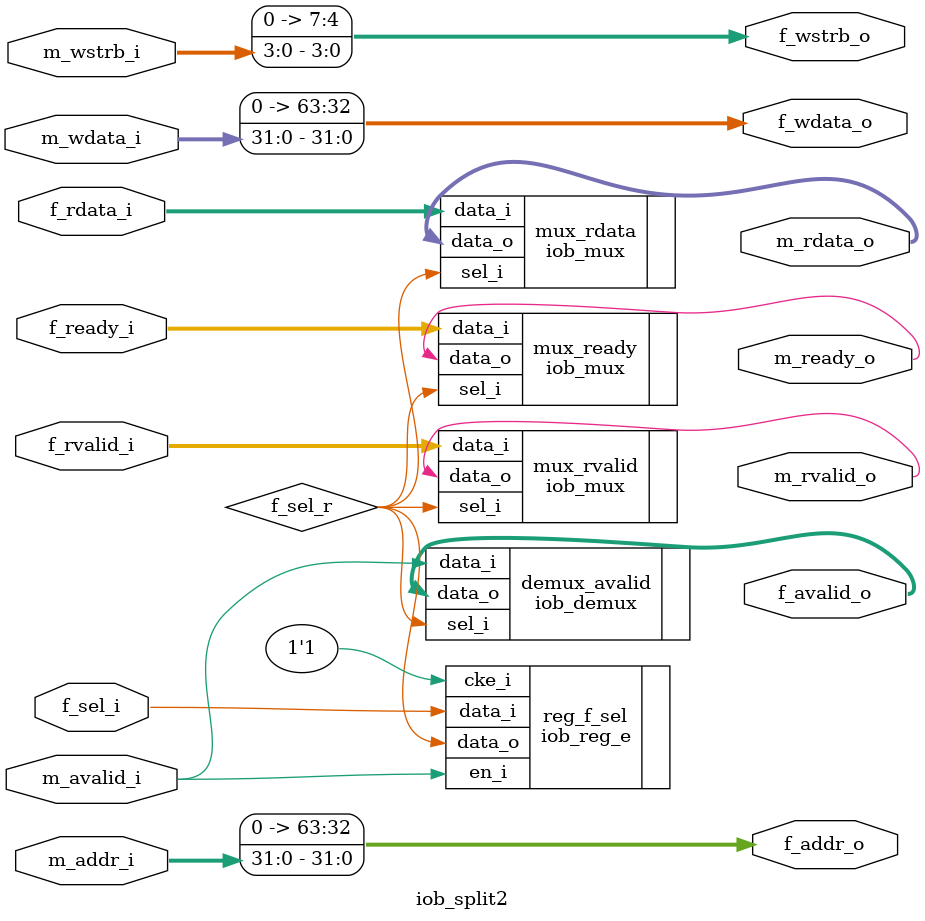
<source format=v>
`timescale 1ns / 1ps

module iob_split2 #(
   parameter ADDR_W = 32,
   parameter DATA_W = 32,
   parameter N      = 2,             // Number of followers, minimum of 2
   parameter NB     = $clog2(N)      // Number of bits needed to address all followers
) (
   `include "clk_rst_s_port.vs"

   // Master's interface
   input                   m_avalid_i,
   input  [ADDR_W-1:0]     m_addr_i,
   input  [DATA_W-1:0]     m_wdata_i,
   input  [DATA_W/8-1:0]   m_wstrb_i,
   output [DATA_W-1:0]     m_rdata_o,
   output                  m_rvalid_o,
   output                  m_ready_o,

   // Followers' interface
   output [N*1-1:0]        f_avalid_o,
   output [N*ADDR_W-1:0]   f_addr_o,
   output [N*DATA_W-1:0]   f_wdata_o,
   output [N*DATA_W/8-1:0] f_wstrb_o,
   input  [N*DATA_W-1:0]   f_rdata_i,
   input  [N*1-1:0]        f_rvalid_i,
   input  [N*1-1:0]        f_ready_i,

   // Follower selection
   input  [NB-1:0]       f_sel_i
);

   //
   // Register the follower selection
   //

   wire [NB-1:0] f_sel_r;
   iob_reg_e #(
      .DATA_W (NB),
      .RST_VAL(0)
   ) reg_f_sel (
      `include "clk_rst_s_s_portmap.vs"
      .cke_i (1'b1),
      .en_i  (m_avalid_i),
      .data_i(f_sel_i),
      .data_o(f_sel_r)
   );

   //
   // Route master request to selected follower
   //

   // Avalid goes to the selected follower
   iob_demux #(
      .DATA_W (1),
      .N      (N)
   ) demux_avalid (
      .sel_i (f_sel_r),
      .data_i(m_avalid_i),
      .data_o(f_avalid_o)
   );

   // These go to all followers (only the one with asserted avalid will use them)
   assign f_addr_o  = m_addr_i;
   assign f_wdata_o = m_wdata_i;
   assign f_wstrb_o = m_wstrb_i;

   //
   // Route selected follower response to master
   //

   iob_mux #(
      .DATA_W (DATA_W),
      .N      (N)
   ) mux_rdata (
      .sel_i (f_sel_r),
      .data_i(f_rdata_i),
      .data_o(m_rdata_o)
   );

   iob_mux #(
      .DATA_W (1),
      .N      (N)
   ) mux_rvalid (
      .sel_i (f_sel_r),
      .data_i(f_rvalid_i),
      .data_o(m_rvalid_o)
   );

   iob_mux #(
      .DATA_W (1),
      .N      (N)
   ) mux_ready (
      .sel_i (f_sel_r),
      .data_i(f_ready_i),
      .data_o(m_ready_o)
   );

endmodule

</source>
